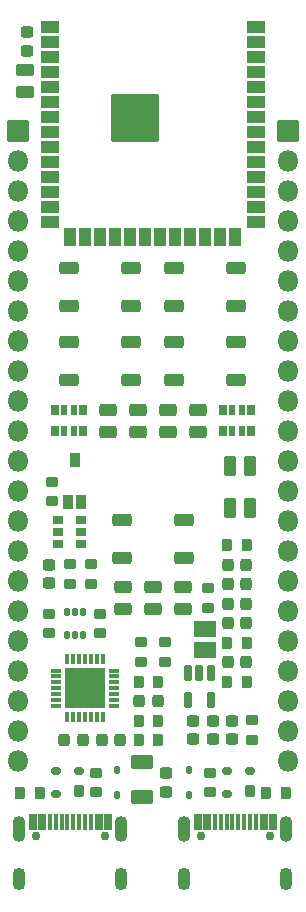
<source format=gts>
G04 #@! TF.GenerationSoftware,KiCad,Pcbnew,8.99.0-1829-g5db4d10c86*
G04 #@! TF.CreationDate,2024-08-04T21:37:52+02:00*
G04 #@! TF.ProjectId,fiit-esp32-kit-pcb,66696974-2d65-4737-9033-322d6b69742d,0.1*
G04 #@! TF.SameCoordinates,Original*
G04 #@! TF.FileFunction,Soldermask,Top*
G04 #@! TF.FilePolarity,Negative*
%FSLAX46Y46*%
G04 Gerber Fmt 4.6, Leading zero omitted, Abs format (unit mm)*
G04 Created by KiCad (PCBNEW 8.99.0-1829-g5db4d10c86) date 2024-08-04 21:37:52*
%MOMM*%
%LPD*%
G01*
G04 APERTURE LIST*
G04 Aperture macros list*
%AMRoundRect*
0 Rectangle with rounded corners*
0 $1 Rounding radius*
0 $2 $3 $4 $5 $6 $7 $8 $9 X,Y pos of 4 corners*
0 Add a 4 corners polygon primitive as box body*
4,1,4,$2,$3,$4,$5,$6,$7,$8,$9,$2,$3,0*
0 Add four circle primitives for the rounded corners*
1,1,$1+$1,$2,$3*
1,1,$1+$1,$4,$5*
1,1,$1+$1,$6,$7*
1,1,$1+$1,$8,$9*
0 Add four rect primitives between the rounded corners*
20,1,$1+$1,$2,$3,$4,$5,0*
20,1,$1+$1,$4,$5,$6,$7,0*
20,1,$1+$1,$6,$7,$8,$9,0*
20,1,$1+$1,$8,$9,$2,$3,0*%
G04 Aperture macros list end*
%ADD10RoundRect,0.050000X-0.750000X-0.450000X0.750000X-0.450000X0.750000X0.450000X-0.750000X0.450000X0*%
%ADD11RoundRect,0.050000X0.750000X0.450000X-0.750000X0.450000X-0.750000X-0.450000X0.750000X-0.450000X0*%
%ADD12RoundRect,0.050000X-0.450000X0.750000X-0.450000X-0.750000X0.450000X-0.750000X0.450000X0.750000X0*%
%ADD13C,0.700000*%
%ADD14RoundRect,0.050000X-1.950000X1.950000X-1.950000X-1.950000X1.950000X-1.950000X1.950000X1.950000X0*%
%ADD15RoundRect,0.125000X0.125000X-0.250000X0.125000X0.250000X-0.125000X0.250000X-0.125000X-0.250000X0*%
%ADD16RoundRect,0.225000X0.300000X-0.225000X0.300000X0.225000X-0.300000X0.225000X-0.300000X-0.225000X0*%
%ADD17RoundRect,0.050000X0.400000X-0.250000X0.400000X0.250000X-0.400000X0.250000X-0.400000X-0.250000X0*%
%ADD18RoundRect,0.250000X-0.275000X0.250000X-0.275000X-0.250000X0.275000X-0.250000X0.275000X0.250000X0*%
%ADD19RoundRect,0.268750X0.481250X-0.268750X0.481250X0.268750X-0.481250X0.268750X-0.481250X-0.268750X0*%
%ADD20RoundRect,0.137500X-0.137500X0.212500X-0.137500X-0.212500X0.137500X-0.212500X0.137500X0.212500X0*%
%ADD21RoundRect,0.250000X-0.250000X-0.275000X0.250000X-0.275000X0.250000X0.275000X-0.250000X0.275000X0*%
%ADD22RoundRect,0.225000X0.225000X0.300000X-0.225000X0.300000X-0.225000X-0.300000X0.225000X-0.300000X0*%
%ADD23RoundRect,0.225000X-0.225000X-0.300000X0.225000X-0.300000X0.225000X0.300000X-0.225000X0.300000X0*%
%ADD24RoundRect,0.250000X0.275000X-0.250000X0.275000X0.250000X-0.275000X0.250000X-0.275000X-0.250000X0*%
%ADD25RoundRect,0.050000X0.250000X-0.400000X0.250000X0.400000X-0.250000X0.400000X-0.250000X-0.400000X0*%
%ADD26RoundRect,0.050000X0.200000X-0.400000X0.200000X0.400000X-0.200000X0.400000X-0.200000X-0.400000X0*%
%ADD27RoundRect,0.271739X-0.678261X0.353261X-0.678261X-0.353261X0.678261X-0.353261X0.678261X0.353261X0*%
%ADD28C,0.750000*%
%ADD29RoundRect,0.050000X-0.300000X-0.620000X0.300000X-0.620000X0.300000X0.620000X-0.300000X0.620000X0*%
%ADD30RoundRect,0.050000X-0.150000X-0.620000X0.150000X-0.620000X0.150000X0.620000X-0.150000X0.620000X0*%
%ADD31O,1.100000X2.200000*%
%ADD32O,1.100000X1.900000*%
%ADD33RoundRect,0.275000X-0.550000X-0.275000X0.550000X-0.275000X0.550000X0.275000X-0.550000X0.275000X0*%
%ADD34RoundRect,0.225000X-0.300000X0.225000X-0.300000X-0.225000X0.300000X-0.225000X0.300000X0.225000X0*%
%ADD35RoundRect,0.250000X0.250000X0.275000X-0.250000X0.275000X-0.250000X-0.275000X0.250000X-0.275000X0*%
%ADD36RoundRect,0.268750X-0.481250X0.268750X-0.481250X-0.268750X0.481250X-0.268750X0.481250X0.268750X0*%
%ADD37RoundRect,0.275000X-0.500000X0.275000X-0.500000X-0.275000X0.500000X-0.275000X0.500000X0.275000X0*%
%ADD38RoundRect,0.050000X0.425000X-0.800000X0.425000X0.800000X-0.425000X0.800000X-0.425000X-0.800000X0*%
%ADD39RoundRect,0.087500X0.087500X-0.362500X0.087500X0.362500X-0.087500X0.362500X-0.087500X-0.362500X0*%
%ADD40RoundRect,0.087500X0.362500X-0.087500X0.362500X0.087500X-0.362500X0.087500X-0.362500X-0.087500X0*%
%ADD41RoundRect,0.050000X1.675000X-1.675000X1.675000X1.675000X-1.675000X1.675000X-1.675000X-1.675000X0*%
%ADD42RoundRect,0.175000X-0.175000X0.537500X-0.175000X-0.537500X0.175000X-0.537500X0.175000X0.537500X0*%
%ADD43RoundRect,0.050000X0.400000X0.550000X-0.400000X0.550000X-0.400000X-0.550000X0.400000X-0.550000X0*%
%ADD44RoundRect,0.050000X0.900000X-0.600000X0.900000X0.600000X-0.900000X0.600000X-0.900000X-0.600000X0*%
%ADD45RoundRect,0.200000X0.200000X0.350000X-0.200000X0.350000X-0.200000X-0.350000X0.200000X-0.350000X0*%
%ADD46RoundRect,0.175000X0.225000X0.175000X-0.225000X0.175000X-0.225000X-0.175000X0.225000X-0.175000X0*%
%ADD47RoundRect,0.050000X0.850000X0.850000X-0.850000X0.850000X-0.850000X-0.850000X0.850000X-0.850000X0*%
%ADD48O,1.800000X1.800000*%
G04 APERTURE END LIST*
D10*
X198950000Y-49494000D03*
X198950000Y-50764000D03*
X198950000Y-52034000D03*
X198950000Y-53304000D03*
X198950000Y-54574000D03*
X198950000Y-55844000D03*
X198950000Y-57114000D03*
X198950000Y-58384000D03*
X198950000Y-59654000D03*
X198950000Y-60924000D03*
X198950000Y-62194000D03*
X198950000Y-63464000D03*
X198950000Y-64734000D03*
D11*
X198950000Y-66004000D03*
D12*
X200715000Y-67254000D03*
X201985000Y-67254000D03*
X203255000Y-67254000D03*
X204525000Y-67254000D03*
X205795000Y-67254000D03*
X207065000Y-67254000D03*
X208335000Y-67254000D03*
X209605000Y-67254000D03*
X210875000Y-67254000D03*
X212145000Y-67254000D03*
X213415000Y-67254000D03*
X214685000Y-67254000D03*
D10*
X216450000Y-66004000D03*
X216450000Y-64734000D03*
X216450000Y-63464000D03*
X216450000Y-62194000D03*
X216450000Y-60924000D03*
X216450000Y-59654000D03*
X216450000Y-58384000D03*
X216450000Y-57114000D03*
X216450000Y-55844000D03*
X216450000Y-54574000D03*
X216450000Y-53304000D03*
X216450000Y-52034000D03*
X216450000Y-50764000D03*
X216450000Y-49494000D03*
D13*
X204800000Y-56514000D03*
X204800000Y-57914000D03*
X205500000Y-55814000D03*
X205500000Y-57214000D03*
X205500000Y-58614000D03*
X206200000Y-56514000D03*
D14*
X206200000Y-57214000D03*
D13*
X206200000Y-57914000D03*
X206900000Y-55814000D03*
X206900000Y-57214000D03*
X206900000Y-58614000D03*
X207600000Y-56514000D03*
X207600000Y-57914000D03*
D15*
X200446000Y-100916000D03*
X201096000Y-100916000D03*
X201746000Y-100916000D03*
X201746000Y-99016000D03*
X201096000Y-99016000D03*
X200446000Y-99016000D03*
D16*
X208716000Y-103204000D03*
X208716000Y-101554000D03*
D17*
X199647000Y-91219000D03*
X199647000Y-92219000D03*
X199647000Y-93219000D03*
X201647000Y-93219000D03*
X201647000Y-92219000D03*
X201647000Y-91219000D03*
D18*
X211129000Y-108208000D03*
X211129000Y-109758000D03*
D16*
X199191000Y-89615000D03*
X199191000Y-87965000D03*
D19*
X207700000Y-98744500D03*
X207700000Y-96869500D03*
D20*
X210748000Y-112378000D03*
X210748000Y-114478000D03*
D21*
X214037000Y-98315000D03*
X215587000Y-98315000D03*
D20*
X204652000Y-112378000D03*
X204652000Y-114478000D03*
D22*
X215637000Y-93362000D03*
X213987000Y-93362000D03*
D19*
X205160000Y-98744500D03*
X205160000Y-96869500D03*
D23*
X213987000Y-101617000D03*
X215637000Y-101617000D03*
D24*
X197032000Y-51465000D03*
X197032000Y-49915000D03*
D25*
X213612000Y-83721000D03*
D26*
X214412000Y-83721000D03*
X215212000Y-83721000D03*
D25*
X216012000Y-83721000D03*
X216012000Y-81921000D03*
D26*
X215212000Y-81921000D03*
X214412000Y-81921000D03*
D25*
X213612000Y-81921000D03*
D22*
X218939000Y-114317000D03*
X217289000Y-114317000D03*
X215637000Y-104919000D03*
X213987000Y-104919000D03*
D21*
X214037000Y-99966000D03*
X215587000Y-99966000D03*
D27*
X206811000Y-111699000D03*
X206811000Y-114649000D03*
D16*
X200715000Y-96600000D03*
X200715000Y-94950000D03*
D28*
X197825000Y-117935000D03*
X203605000Y-117935000D03*
D29*
X197515000Y-116815000D03*
X198315000Y-116815000D03*
D30*
X199465000Y-116815000D03*
X200465000Y-116815000D03*
X200965000Y-116815000D03*
X201965000Y-116815000D03*
D29*
X203115000Y-116815000D03*
X203915000Y-116815000D03*
X203915000Y-116815000D03*
X203115000Y-116815000D03*
D30*
X202465000Y-116815000D03*
X201465000Y-116815000D03*
X199965000Y-116815000D03*
X198965000Y-116815000D03*
D29*
X198315000Y-116815000D03*
X197515000Y-116815000D03*
D31*
X196395000Y-117415000D03*
D32*
X196395000Y-121615000D03*
D31*
X205035000Y-117415000D03*
D32*
X205035000Y-121615000D03*
D22*
X208144000Y-104919000D03*
X206494000Y-104919000D03*
D18*
X198937000Y-95000000D03*
X198937000Y-96550000D03*
X212780000Y-108208000D03*
X212780000Y-109758000D03*
D22*
X208144000Y-108221000D03*
X206494000Y-108221000D03*
D33*
X200630000Y-69918000D03*
X205880000Y-69918000D03*
X200630000Y-73118000D03*
X205880000Y-73118000D03*
D21*
X203369000Y-109872000D03*
X204919000Y-109872000D03*
D34*
X216082000Y-108158000D03*
X216082000Y-109808000D03*
X212526000Y-112603000D03*
X212526000Y-114253000D03*
D35*
X201744000Y-109872000D03*
X200194000Y-109872000D03*
D16*
X202493000Y-96600000D03*
X202493000Y-94950000D03*
D28*
X211795000Y-117935000D03*
X217575000Y-117935000D03*
D29*
X211485000Y-116815000D03*
X212285000Y-116815000D03*
D30*
X213435000Y-116815000D03*
X214435000Y-116815000D03*
X214935000Y-116815000D03*
X215935000Y-116815000D03*
D29*
X217085000Y-116815000D03*
X217885000Y-116815000D03*
X217885000Y-116815000D03*
X217085000Y-116815000D03*
D30*
X216435000Y-116815000D03*
X215435000Y-116815000D03*
X213935000Y-116815000D03*
X212935000Y-116815000D03*
D29*
X212285000Y-116815000D03*
X211485000Y-116815000D03*
D31*
X210365000Y-117415000D03*
D32*
X210365000Y-121615000D03*
D31*
X219005000Y-117415000D03*
D32*
X219005000Y-121615000D03*
D21*
X214037000Y-95013000D03*
X215587000Y-95013000D03*
D16*
X203255000Y-100791000D03*
X203255000Y-99141000D03*
D21*
X214037000Y-96664000D03*
X215587000Y-96664000D03*
D36*
X211510000Y-81883500D03*
X211510000Y-83758500D03*
D33*
X205075000Y-91254000D03*
X210325000Y-91254000D03*
X205075000Y-94454000D03*
X210325000Y-94454000D03*
D37*
X196905000Y-53108000D03*
X196905000Y-55008000D03*
D38*
X214191000Y-90159000D03*
X215941000Y-90159000D03*
X215941000Y-86659000D03*
X214191000Y-86659000D03*
D21*
X206544000Y-106570000D03*
X208094000Y-106570000D03*
D18*
X208843000Y-112653000D03*
X208843000Y-114203000D03*
D34*
X198937000Y-99141000D03*
X198937000Y-100791000D03*
D19*
X210240000Y-98744500D03*
X210240000Y-96869500D03*
D33*
X200630000Y-76141000D03*
X205880000Y-76141000D03*
X200630000Y-79341000D03*
X205880000Y-79341000D03*
D36*
X206430000Y-81883500D03*
X206430000Y-83758500D03*
D39*
X200448000Y-107914000D03*
X200948000Y-107914000D03*
X201448000Y-107914000D03*
X201948000Y-107914000D03*
X202448000Y-107914000D03*
X202948000Y-107914000D03*
X203448000Y-107914000D03*
D40*
X204398000Y-106964000D03*
X204398000Y-106464000D03*
X204398000Y-105964000D03*
X204398000Y-105464000D03*
X204398000Y-104964000D03*
X204398000Y-104464000D03*
X204398000Y-103964000D03*
D39*
X203448000Y-103014000D03*
X202948000Y-103014000D03*
X202448000Y-103014000D03*
X201948000Y-103014000D03*
X201448000Y-103014000D03*
X200948000Y-103014000D03*
X200448000Y-103014000D03*
D40*
X199498000Y-103964000D03*
X199498000Y-104464000D03*
X199498000Y-104964000D03*
X199498000Y-105464000D03*
X199498000Y-105964000D03*
X199498000Y-106464000D03*
X199498000Y-106964000D03*
D41*
X201948000Y-105464000D03*
D42*
X212587000Y-104162500D03*
X211637000Y-104162500D03*
X210687000Y-104162500D03*
X210687000Y-106437500D03*
X212587000Y-106437500D03*
D34*
X202874000Y-112603000D03*
X202874000Y-114253000D03*
D21*
X214037000Y-103268000D03*
X215587000Y-103268000D03*
D43*
X201096000Y-86126000D03*
X200546000Y-89676000D03*
X201646000Y-89676000D03*
D23*
X206494000Y-109872000D03*
X208144000Y-109872000D03*
X196461000Y-114317000D03*
X198111000Y-114317000D03*
D18*
X214431000Y-108208000D03*
X214431000Y-109758000D03*
D16*
X206684000Y-103204000D03*
X206684000Y-101554000D03*
D36*
X208970000Y-81883500D03*
X208970000Y-83758500D03*
D33*
X209520000Y-76141000D03*
X214770000Y-76141000D03*
X209520000Y-79341000D03*
X214770000Y-79341000D03*
D36*
X203890000Y-81883500D03*
X203890000Y-83758500D03*
D44*
X212145000Y-102263000D03*
X212145000Y-100463000D03*
D33*
X209520000Y-69918000D03*
X214770000Y-69918000D03*
X209520000Y-73118000D03*
X214770000Y-73118000D03*
D45*
X201461000Y-114178000D03*
D46*
X201461000Y-112478000D03*
X199461000Y-112478000D03*
X199461000Y-114378000D03*
D45*
X215939000Y-114178000D03*
D46*
X215939000Y-112478000D03*
X213939000Y-112478000D03*
X213939000Y-114378000D03*
D25*
X199388000Y-83721000D03*
D26*
X200188000Y-83721000D03*
X200988000Y-83721000D03*
D25*
X201788000Y-83721000D03*
X201788000Y-81921000D03*
D26*
X200988000Y-81921000D03*
X200188000Y-81921000D03*
D25*
X199388000Y-81921000D03*
D16*
X212399000Y-98632000D03*
X212399000Y-96982000D03*
D47*
X219130000Y-58310000D03*
D48*
X219130000Y-60850000D03*
X219130000Y-63390000D03*
X219130000Y-65930000D03*
X219130000Y-68470000D03*
X219130000Y-71010000D03*
X219130000Y-73550000D03*
X219130000Y-76090000D03*
X219130000Y-78630000D03*
X219130000Y-81170000D03*
X219130000Y-83710000D03*
X219130000Y-86250000D03*
X219130000Y-88790000D03*
X219130000Y-91330000D03*
X219130000Y-93870000D03*
X219130000Y-96410000D03*
X219130000Y-98950000D03*
X219130000Y-101490000D03*
X219130000Y-104030000D03*
X219130000Y-106570000D03*
X219130000Y-109110000D03*
X219130000Y-111650000D03*
D47*
X196270000Y-58310000D03*
D48*
X196270000Y-60850000D03*
X196270000Y-63390000D03*
X196270000Y-65930000D03*
X196270000Y-68470000D03*
X196270000Y-71010000D03*
X196270000Y-73550000D03*
X196270000Y-76090000D03*
X196270000Y-78630000D03*
X196270000Y-81170000D03*
X196270000Y-83710000D03*
X196270000Y-86250000D03*
X196270000Y-88790000D03*
X196270000Y-91330000D03*
X196270000Y-93870000D03*
X196270000Y-96410000D03*
X196270000Y-98950000D03*
X196270000Y-101490000D03*
X196270000Y-104030000D03*
X196270000Y-106570000D03*
X196270000Y-109110000D03*
X196270000Y-111650000D03*
M02*

</source>
